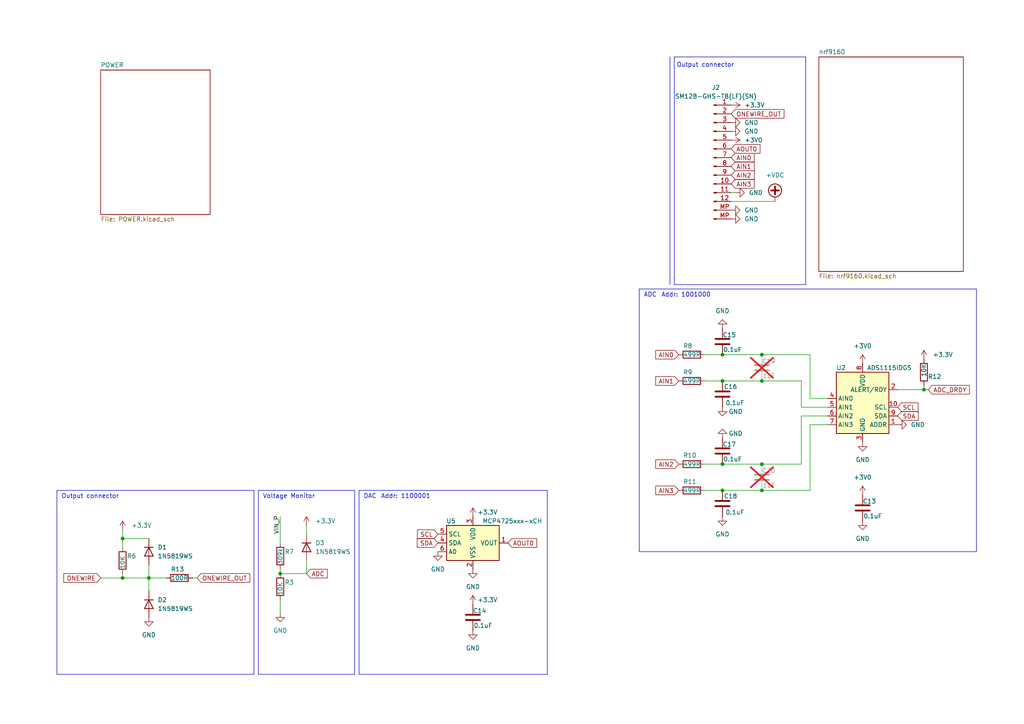
<source format=kicad_sch>
(kicad_sch (version 20231120) (generator "eeschema") (generator_version "8.0")
  (paper "A4")
  (title_block (title "Methanesense") (date "2024-07-05") (rev "1.0.0") (company "Drawn by FNB"))
  (lib_symbols
    (symbol "Analog_ADC:ADS1115IDGS"
      (property "Reference" "U" (at 2.54 13.97 0))
      (property "Value" "ADS1115IDGS" (at 7.62 11.43 0))
      (symbol "ADS1115IDGS_0_1"
        (rectangle (start -7.62 10.16) (end 7.62 -7.62) (stroke (width 0.254)) (fill (type background)))
      )
      (symbol "ADS1115IDGS_1_1"
        (pin input line (at 10.16 -5.08 180) (length 2.54) (name "ADDR") (number "1"))
        (pin input line (at 10.16 0 180) (length 2.54) (name "SCL") (number "10"))
        (pin output line (at 10.16 5.08 180) (length 2.54) (name "ALERT/RDY") (number "2"))
        (pin power_in line (at 0 -10.16 90) (length 2.54) (name "GND") (number "3"))
        (pin input line (at -10.16 2.54 0) (length 2.54) (name "AIN0") (number "4"))
        (pin input line (at -10.16 0 0) (length 2.54) (name "AIN1") (number "5"))
        (pin input line (at -10.16 -2.54 0) (length 2.54) (name "AIN2") (number "6"))
        (pin input line (at -10.16 -5.08 0) (length 2.54) (name "AIN3") (number "7"))
        (pin power_in line (at 0 12.7 270) (length 2.54) (name "VDD") (number "8"))
        (pin bidirectional line (at 10.16 -2.54 180) (length 2.54) (name "SDA") (number "9"))
      )
    )
    (symbol "Analog_DAC:MCP4725xxx-xCH"
      (property "Reference" "U" (at -6.35 6.35 0))
      (property "Value" "MCP4725xxx-xCH" (at 8.89 6.35 0))
      (symbol "MCP4725xxx-xCH_0_1"
        (rectangle (start -7.62 5.08) (end 7.62 -5.08) (stroke (width 0.254)) (fill (type background)))
      )
      (symbol "MCP4725xxx-xCH_1_1"
        (pin output line (at 10.16 0 180) (length 2.54) (name "VOUT") (number "1"))
        (pin power_in line (at 0 -7.62 90) (length 2.54) (name "VSS") (number "2"))
        (pin power_in line (at 0 7.62 270) (length 2.54) (name "VDD") (number "3"))
        (pin bidirectional line (at -10.16 0 0) (length 2.54) (name "SDA") (number "4"))
        (pin input line (at -10.16 2.54 0) (length 2.54) (name "SCL") (number "5"))
        (pin input line (at -10.16 -2.54 0) (length 2.54) (name "A0") (number "6"))
      )
    )
    (symbol "Library:1N4148WS" (pin_numbers hide) (pin_names hide)
      (property "Reference" "D" (at 0 2.54 0))
      (property "Value" "1N4148WS" (at 0 -2.54 0))
      (symbol "1N4148WS_0_1"
        (polyline (pts (xy -1.27 1.27) (xy -1.27 -1.27)) (stroke (width 0.254)))
        (polyline (pts (xy 1.27 0) (xy -1.27 0)))
        (polyline (pts (xy 1.27 1.27) (xy 1.27 -1.27) (xy -1.27 0) (xy 1.27 1.27)) (stroke (width 0.254)))
      )
      (symbol "1N4148WS_1_1"
        (pin passive line (at -3.81 0 0) (length 2.54) (name "K") (number "1"))
        (pin passive line (at 3.81 0 180) (length 2.54) (name "A") (number "2"))
      )
    )
    (symbol "Library:C" (pin_numbers hide) (pin_names (offset 0.254))
      (property "Reference" "C" (at 0.635 2.54 0))
      (property "Value" "C" (at 0.635 -2.54 0))
      (symbol "C_0_1"
        (polyline (pts (xy -2.032 -0.762) (xy 2.032 -0.762)) (stroke (width 0.508)))
        (polyline (pts (xy -2.032 0.762) (xy 2.032 0.762)) (stroke (width 0.508)))
      )
      (symbol "C_1_1"
        (pin passive line (at 0 3.81 270) (length 2.794) (name "~") (number "1"))
        (pin passive line (at 0 -3.81 90) (length 2.794) (name "~") (number "2"))
      )
    )
    (symbol "Library:Conn_01x14_Pin" (pin_names (offset 1.016) hide)
      (property "Reference" "J" (at 0 17.78 0))
      (property "Value" "Conn_01x14_Pin" (at 0 -20.32 0))
      (symbol "Conn_01x14_Pin_1_1"
        (polyline (pts (xy 1.27 -17.78) (xy 0.8636 -17.78)) (stroke (width 0.1524)))
        (polyline (pts (xy 1.27 -15.24) (xy 0.8636 -15.24)) (stroke (width 0.1524)))
        (polyline (pts (xy 1.27 -12.7) (xy 0.8636 -12.7)) (stroke (width 0.1524)))
        (polyline (pts (xy 1.27 -10.16) (xy 0.8636 -10.16)) (stroke (width 0.1524)))
        (polyline (pts (xy 1.27 -7.62) (xy 0.8636 -7.62)) (stroke (width 0.1524)))
        (polyline (pts (xy 1.27 -5.08) (xy 0.8636 -5.08)) (stroke (width 0.1524)))
        (polyline (pts (xy 1.27 -2.54) (xy 0.8636 -2.54)) (stroke (width 0.1524)))
        (polyline (pts (xy 1.27 0) (xy 0.8636 0)) (stroke (width 0.1524)))
        (polyline (pts (xy 1.27 2.54) (xy 0.8636 2.54)) (stroke (width 0.1524)))
        (polyline (pts (xy 1.27 5.08) (xy 0.8636 5.08)) (stroke (width 0.1524)))
        (polyline (pts (xy 1.27 7.62) (xy 0.8636 7.62)) (stroke (width 0.1524)))
        (polyline (pts (xy 1.27 10.16) (xy 0.8636 10.16)) (stroke (width 0.1524)))
        (polyline (pts (xy 1.27 12.7) (xy 0.8636 12.7)) (stroke (width 0.1524)))
        (polyline (pts (xy 1.27 15.24) (xy 0.8636 15.24)) (stroke (width 0.1524)))
        (rectangle (start 0.8636 -17.653) (end 0 -17.907) (stroke (width 0.1524)) (fill (type outline)))
        (rectangle (start 0.8636 -15.113) (end 0 -15.367) (stroke (width 0.1524)) (fill (type outline)))
        (rectangle (start 0.8636 -12.573) (end 0 -12.827) (stroke (width 0.1524)) (fill (type outline)))
        (rectangle (start 0.8636 -10.033) (end 0 -10.287) (stroke (width 0.1524)) (fill (type outline)))
        (rectangle (start 0.8636 -7.493) (end 0 -7.747) (stroke (width 0.1524)) (fill (type outline)))
        (rectangle (start 0.8636 -4.953) (end 0 -5.207) (stroke (width 0.1524)) (fill (type outline)))
        (rectangle (start 0.8636 -2.413) (end 0 -2.667) (stroke (width 0.1524)) (fill (type outline)))
        (rectangle (start 0.8636 0.127) (end 0 -0.127) (stroke (width 0.1524)) (fill (type outline)))
        (rectangle (start 0.8636 2.667) (end 0 2.413) (stroke (width 0.1524)) (fill (type outline)))
        (rectangle (start 0.8636 5.207) (end 0 4.953) (stroke (width 0.1524)) (fill (type outline)))
        (rectangle (start 0.8636 7.747) (end 0 7.493) (stroke (width 0.1524)) (fill (type outline)))
        (rectangle (start 0.8636 10.287) (end 0 10.033) (stroke (width 0.1524)) (fill (type outline)))
        (rectangle (start 0.8636 12.827) (end 0 12.573) (stroke (width 0.1524)) (fill (type outline)))
        (rectangle (start 0.8636 15.367) (end 0 15.113) (stroke (width 0.1524)) (fill (type outline)))
        (pin passive line (at 5.08 15.24 180) (length 3.81) (name "Pin_1") (number "1"))
        (pin passive line (at 5.08 -7.62 180) (length 3.81) (name "Pin_10") (number "10"))
        (pin passive line (at 5.08 -10.16 180) (length 3.81) (name "Pin_11") (number "11"))
        (pin passive line (at 5.08 -12.7 180) (length 3.81) (name "Pin_12") (number "12"))
        (pin passive line (at 5.08 12.7 180) (length 3.81) (name "Pin_2") (number "2"))
        (pin passive line (at 5.08 10.16 180) (length 3.81) (name "Pin_3") (number "3"))
        (pin passive line (at 5.08 7.62 180) (length 3.81) (name "Pin_4") (number "4"))
        (pin passive line (at 5.08 5.08 180) (length 3.81) (name "Pin_5") (number "5"))
        (pin passive line (at 5.08 2.54 180) (length 3.81) (name "Pin_6") (number "6"))
        (pin passive line (at 5.08 0 180) (length 3.81) (name "Pin_7") (number "7"))
        (pin passive line (at 5.08 -2.54 180) (length 3.81) (name "Pin_8") (number "8"))
        (pin passive line (at 5.08 -5.08 180) (length 3.81) (name "Pin_9") (number "9"))
        (pin passive line (at 5.08 -15.24 180) (length 3.81) (name "Pin_13") (number "MP"))
        (pin passive line (at 5.08 -17.78 180) (length 3.81) (name "Pin_14") (number "MP"))
      )
    )
    (symbol "Library:R" (pin_numbers hide) (pin_names (offset 0))
      (property "Reference" "R" (at 2.032 0 90))
      (property "Value" "R" (at 0 0 90))
      (symbol "R_0_1"
        (rectangle (start -1.016 -2.54) (end 1.016 2.54) (stroke (width 0.254)))
      )
      (symbol "R_1_1"
        (pin passive line (at 0 3.81 270) (length 1.27) (name "~") (number "1"))
        (pin passive line (at 0 -3.81 90) (length 1.27) (name "~") (number "2"))
      )
    )
    (symbol "power:+3.3V" (power) (pin_names (offset 0))
      (property "Value" "+3.3V" (at 0 3.556 0))
      (symbol "+3.3V_0_1"
        (polyline (pts (xy -0.762 1.27) (xy 0 2.54)))
        (polyline (pts (xy 0 0) (xy 0 2.54)))
        (polyline (pts (xy 0 2.54) (xy 0.762 1.27)))
      )
      (symbol "+3.3V_1_1"
        (pin power_in line (at 0 0 90) (length 0) hide (name "+3.3V") (number "1"))
      )
    )
    (symbol "power:+3V0" (power) (pin_names (offset 0))
      (property "Value" "+3V0" (at 0 3.556 0))
      (symbol "+3V0_0_1"
        (polyline (pts (xy -0.762 1.27) (xy 0 2.54)))
        (polyline (pts (xy 0 0) (xy 0 2.54)))
        (polyline (pts (xy 0 2.54) (xy 0.762 1.27)))
      )
      (symbol "+3V0_1_1"
        (pin power_in line (at 0 0 90) (length 0) hide (name "+3V0") (number "1"))
      )
    )
    (symbol "power:+VDC" (power) (pin_names (offset 0))
      (property "Value" "+VDC" (at 0 6.35 0))
      (symbol "+VDC_0_1"
        (polyline (pts (xy -1.143 3.175) (xy 1.143 3.175)) (stroke (width 0.508)))
        (polyline (pts (xy 0 0) (xy 0 1.27)))
        (polyline (pts (xy 0 2.032) (xy 0 4.318)) (stroke (width 0.508)))
        (circle (center 0 3.175) (radius 1.905) (stroke (width 0.254)))
      )
      (symbol "+VDC_1_1"
        (pin power_in line (at 0 0 90) (length 0) hide (name "+VDC") (number "1"))
      )
    )
    (symbol "power:GND" (power) (pin_names (offset 0))
      (property "Value" "GND" (at 0 -3.81 0))
      (symbol "GND_0_1"
        (polyline (pts (xy 0 0) (xy 0 -1.27) (xy 1.27 -1.27) (xy 0 -2.54) (xy -1.27 -1.27) (xy 0 -1.27)))
      )
      (symbol "GND_1_1"
        (pin power_in line (at 0 0 270) (length 0) hide (name "GND") (number "1"))
      )
    )
  )
  (junction (at 220.98 134.62))
  (junction (at 209.55 102.87))
  (junction (at 220.98 142.24))
  (junction (at 209.55 142.24))
  (junction (at 35.56 167.64))
  (junction (at 220.98 110.49))
  (junction (at 267.97 113.03))
  (junction (at 81.28 166.37))
  (junction (at 220.98 102.87))
  (junction (at 35.56 156.21))
  (junction (at 209.55 110.49))
  (junction (at 209.55 134.62))
  (junction (at 43.18 167.64))
  (wire (pts (xy 43.18 171.45) (xy 43.18 167.64)))
  (polyline (pts (xy 158.75 142.24) (xy 158.75 195.58)))
  (wire (pts (xy 35.56 167.64) (xy 29.21 167.64)))
  (wire (pts (xy 35.56 156.21) (xy 43.18 156.21)))
  (wire (pts (xy 81.28 149.86) (xy 81.28 157.48)))
  (wire (pts (xy 48.26 167.64) (xy 43.18 167.64)))
  (wire (pts (xy 220.98 134.62) (xy 232.41 134.62)))
  (wire (pts (xy 35.56 166.37) (xy 35.56 167.64)))
  (polyline (pts (xy 102.87 142.24) (xy 102.87 195.58)))
  (polyline (pts (xy 158.75 195.58) (xy 104.14 195.58)))
  (polyline (pts (xy 74.93 142.24) (xy 74.93 195.58)))
  (polyline (pts (xy 233.68 16.51) (xy 233.68 82.55)))
  (wire (pts (xy 267.97 113.03) (xy 260.35 113.03)))
  (wire (pts (xy 232.41 134.62) (xy 232.41 120.65)))
  (wire (pts (xy 204.47 134.62) (xy 209.55 134.62)))
  (wire (pts (xy 209.55 102.87) (xy 220.98 102.87)))
  (wire (pts (xy 234.95 102.87) (xy 234.95 115.57)))
  (wire (pts (xy 269.24 113.03) (xy 267.97 113.03)))
  (polyline (pts (xy 104.14 142.24) (xy 104.14 195.58)))
  (polyline (pts (xy 73.66 142.24) (xy 16.51 142.24)))
  (wire (pts (xy 35.56 167.64) (xy 43.18 167.64)))
  (wire (pts (xy 232.41 110.49) (xy 232.41 118.11)))
  (wire (pts (xy 220.98 142.24) (xy 209.55 142.24)))
  (polyline (pts (xy 233.68 82.55) (xy 195.58 82.55)))
  (wire (pts (xy 220.98 110.49) (xy 232.41 110.49)))
  (wire (pts (xy 57.15 167.64) (xy 55.88 167.64)))
  (polyline (pts (xy 283.21 160.02) (xy 185.42 160.02)))
  (wire (pts (xy 204.47 142.24) (xy 209.55 142.24)))
  (wire (pts (xy 240.03 123.19) (xy 234.95 123.19)))
  (wire (pts (xy 234.95 115.57) (xy 240.03 115.57)))
  (wire (pts (xy 212.09 55.88) (xy 213.36 55.88)))
  (wire (pts (xy 232.41 118.11) (xy 240.03 118.11)))
  (polyline (pts (xy 158.75 142.24) (xy 104.14 142.24)))
  (polyline (pts (xy 195.58 16.51) (xy 195.58 82.55)))
  (polyline (pts (xy 73.66 195.58) (xy 16.51 195.58)))
  (wire (pts (xy 204.47 110.49) (xy 209.55 110.49)))
  (wire (pts (xy 267.97 111.76) (xy 267.97 113.03)))
  (wire (pts (xy 232.41 120.65) (xy 240.03 120.65)))
  (polyline (pts (xy 73.66 142.24) (xy 73.66 195.58)))
  (polyline (pts (xy 102.87 142.24) (xy 74.93 142.24)))
  (wire (pts (xy 81.28 173.99) (xy 81.28 177.8)))
  (polyline (pts (xy 283.21 83.82) (xy 283.21 160.02)))
  (polyline (pts (xy 233.68 16.51) (xy 195.58 16.51)))
  (wire (pts (xy 220.98 102.87) (xy 234.95 102.87)))
  (wire (pts (xy 204.47 102.87) (xy 209.55 102.87)))
  (wire (pts (xy 88.9 166.37) (xy 88.9 162.56)))
  (wire (pts (xy 212.09 58.42) (xy 224.79 58.42)))
  (wire (pts (xy 81.28 166.37) (xy 88.9 166.37)))
  (wire (pts (xy 209.55 110.49) (xy 220.98 110.49)))
  (polyline (pts (xy 194.31 82.55) (xy 194.31 16.51)))
  (polyline (pts (xy 185.42 83.82) (xy 185.42 160.02)))
  (wire (pts (xy 35.56 153.67) (xy 35.56 156.21)))
  (wire (pts (xy 234.95 142.24) (xy 220.98 142.24)))
  (polyline (pts (xy 102.87 195.58) (xy 74.93 195.58)))
  (wire (pts (xy 43.18 167.64) (xy 43.18 163.83)))
  (wire (pts (xy 88.9 152.4) (xy 88.9 154.94)))
  (polyline (pts (xy 16.51 142.24) (xy 16.51 195.58)))
  (wire (pts (xy 35.56 156.21) (xy 35.56 158.75)))
  (wire (pts (xy 81.28 165.1) (xy 81.28 166.37)))
  (wire (pts (xy 209.55 134.62) (xy 220.98 134.62)))
  (polyline (pts (xy 283.21 83.82) (xy 185.42 83.82)))
  (wire (pts (xy 234.95 123.19) (xy 234.95 142.24)))
  (text "ADC" (at 186.69 86.36 0) (effects (font (size 1.27 1.27)) (justify left bottom)))
  (text "Output connector" (at 196.215 19.685 0) (effects (font (size 1.27 1.27)) (justify left bottom)))
  (text "Addr: 1001000" (at 191.77 86.36 0) (effects (font (size 1.27 1.27)) (justify left bottom)))
  (text "Output connector" (at 17.78 144.78 0) (effects (font (size 1.27 1.27)) (justify left bottom)))
  (text "DAC\n" (at 105.41 144.78 0) (effects (font (size 1.27 1.27)) (justify left bottom)))
  (text "Addr: 1100001" (at 110.49 144.78 0) (effects (font (size 1.27 1.27)) (justify left bottom)))
  (text "Voltage Monitor" (at 76.2 144.78 0) (effects (font (size 1.27 1.27)) (justify left bottom)))
  (label "VIN_P" (at 81.28 154.94 90))
  (global_label "ADC_DRDY" (shape input) (at 269.24 113.03 0) (property "Intersheetrefs" "${INTERSHEET_REFS}" (effects (hide yes))))
  (global_label "ONEWIRE" (shape input) (at 29.21 167.64 180) (property "Intersheetrefs" "${INTERSHEET_REFS}" (effects (hide yes))))
  (global_label "ADC" (shape input) (at 88.9 166.37 0) (property "Intersheetrefs" "${INTERSHEET_REFS}" (effects (hide yes))))
  (global_label "AIN2" (shape input) (at 212.09 50.8 0) (property "Intersheetrefs" "${INTERSHEET_REFS}" (effects (hide yes))))
  (global_label "AIN0" (shape input) (at 196.85 102.87 180) (property "Intersheetrefs" "${INTERSHEET_REFS}" (effects (hide yes))))
  (global_label "AOUT0" (shape input) (at 212.09 43.18 0) (property "Intersheetrefs" "${INTERSHEET_REFS}" (effects (hide yes))))
  (global_label "ONEWIRE_OUT" (shape input) (at 57.15 167.64 0) (property "Intersheetrefs" "${INTERSHEET_REFS}" (effects (hide yes))))
  (global_label "AIN1" (shape input) (at 196.85 110.49 180) (property "Intersheetrefs" "${INTERSHEET_REFS}" (effects (hide yes))))
  (global_label "AIN0" (shape input) (at 212.09 45.72 0) (property "Intersheetrefs" "${INTERSHEET_REFS}" (effects (hide yes))))
  (global_label "AIN3" (shape input) (at 196.85 142.24 180) (property "Intersheetrefs" "${INTERSHEET_REFS}" (effects (hide yes))))
  (global_label "ONEWIRE_OUT" (shape input) (at 212.09 33.02 0) (property "Intersheetrefs" "${INTERSHEET_REFS}" (effects (hide yes))))
  (global_label "AIN2" (shape input) (at 196.85 134.62 180) (property "Intersheetrefs" "${INTERSHEET_REFS}" (effects (hide yes))))
  (global_label "SDA" (shape input) (at 127 157.48 180) (property "Intersheetrefs" "${INTERSHEET_REFS}" (effects (hide yes))))
  (global_label "SDA" (shape input) (at 260.35 120.65 0) (property "Intersheetrefs" "${INTERSHEET_REFS}" (effects (hide yes))))
  (global_label "SCL" (shape input) (at 127 154.94 180) (property "Intersheetrefs" "${INTERSHEET_REFS}" (effects (hide yes))))
  (global_label "SCL" (shape input) (at 260.35 118.11 0) (property "Intersheetrefs" "${INTERSHEET_REFS}" (effects (hide yes))))
  (global_label "AOUT0" (shape input) (at 147.32 157.48 0) (property "Intersheetrefs" "${INTERSHEET_REFS}" (effects (hide yes))))
  (global_label "AIN1" (shape input) (at 212.09 48.26 0) (property "Intersheetrefs" "${INTERSHEET_REFS}" (effects (hide yes))))
  (global_label "AIN3" (shape input) (at 212.09 53.34 0) (property "Intersheetrefs" "${INTERSHEET_REFS}" (effects (hide yes))))
  (symbol (lib_id "power:+3.3V") (at 35.56 153.67 0) (unit 1)
    (property "Reference" "#PWR012" (effects (hide yes)))
    (property "Value" "+3.3V" (at 38.1 152.3999 0) (effects (justify left)))
  )
  (symbol (lib_id "power:GND") (at 137.16 182.88 0) (unit 1)
    (property "Reference" "#PWR043" (effects (hide yes)))
    (property "Value" "GND" (at 137.16 187.96 0))
  )
  (symbol (lib_id "power:GND") (at 209.55 127 180) (unit 1)
    (property "Reference" "#PWR048" (effects (hide yes)))
    (property "Value" "GND" (at 213.36 125.73 0))
  )
  (symbol (lib_id "Library:R") (at 200.66 134.62 270) (unit 1)
    (property "Reference" "R10" (at 198.12 132.08 90) (effects (justify left)))
    (property "Value" "499R" (at 198.12 134.62 90) (effects (justify left)))
    (property "Footprint" "Resistor_SMD:R_0402_1005Metric" (effects (hide yes)))
    (property "LCSC Part #" "C25076" (effects (hide yes)))
  )
  (symbol (lib_id "power:GND") (at 81.28 177.8 0) (unit 1)
    (property "Reference" "#PWR018" (effects (hide yes)))
    (property "Value" "GND" (at 81.28 182.88 0))
  )
  (symbol (lib_id "power:+3V0") (at 212.09 40.64 270) (unit 1)
    (property "Reference" "#PWR051" (effects (hide yes)))
    (property "Value" "+3V0" (at 215.9 40.64 90) (effects (justify left)))
  )
  (symbol (lib_id "Library:C") (at 250.19 147.32 0) (unit 1)
    (property "Reference" "C13" (at 250.2181 145.4094 0) (effects (justify left)))
    (property "Value" "0.1uF" (at 250.3904 149.6864 0) (effects (justify left)))
    (property "Footprint" "Capacitor_SMD:C_0402_1005Metric" (effects (hide yes)))
    (property "LCSC Part #" "C307331" (effects (hide yes)))
  )
  (symbol (lib_id "power:GND") (at 250.19 128.27 0) (unit 1)
    (property "Reference" "#PWR039" (effects (hide yes)))
    (property "Value" "GND" (at 250.19 133.35 0))
  )
  (symbol (lib_id "Library:R") (at 81.28 170.18 0) (unit 1)
    (property "Reference" "R3" (at 82.55 168.91 0) (effects (justify left)))
    (property "Value" "10K" (at 81.28 172.72 90) (effects (justify left)))
    (property "Footprint" "Resistor_SMD:R_0402_1005Metric" (effects (hide yes)))
    (property "LCSC Part #" "C25744" (effects (hide yes)))
  )
  (symbol (lib_id "power:GND") (at 137.16 165.1 0) (unit 1)
    (property "Reference" "#PWR045" (effects (hide yes)))
    (property "Value" "GND" (at 137.16 170.18 0))
  )
  (symbol (lib_id "Library:R") (at 35.56 162.56 0) (unit 1)
    (property "Reference" "R6" (at 36.83 161.29 0) (effects (justify left)))
    (property "Value" "10K" (at 35.56 165.1 90) (effects (justify left)))
    (property "Footprint" "Resistor_SMD:R_0402_1005Metric" (effects (hide yes)))
    (property "LCSC Part #" "C25744" (effects (hide yes)))
  )
  (symbol (lib_id "power:GND") (at 213.36 55.88 90) (unit 1)
    (property "Reference" "#PWR037" (effects (hide yes)))
    (property "Value" "GND" (at 217.17 55.88 90) (effects (justify right)))
  )
  (symbol (lib_id "power:GND") (at 212.09 63.5 90) (unit 1)
    (property "Reference" "#PWR036" (effects (hide yes)))
    (property "Value" "GND" (at 215.9 63.5 90) (effects (justify right)))
  )
  (symbol (lib_id "power:GND") (at 212.09 38.1 90) (unit 1)
    (property "Reference" "#PWR052" (effects (hide yes)))
    (property "Value" "GND" (at 215.9 38.1 90) (effects (justify right)))
  )
  (symbol (lib_id "Library:R") (at 52.07 167.64 270) (unit 1)
    (property "Reference" "R13" (at 49.53 165.1 90) (effects (justify left)))
    (property "Value" "100R" (at 49.53 167.64 90) (effects (justify left)))
    (property "Footprint" "Resistor_SMD:R_0402_1005Metric" (effects (hide yes)))
    (property "LCSC Part #" "C25076" (effects (hide yes)))
  )
  (symbol (lib_id "power:+3.3V") (at 267.97 104.14 0) (unit 1)
    (property "Reference" "#PWR021" (effects (hide yes)))
    (property "Value" "+3.3V" (at 270.51 102.8699 0) (effects (justify left)))
  )
  (symbol (lib_id "Library:R") (at 81.28 161.29 0) (unit 1)
    (property "Reference" "R7" (at 82.55 160.02 0) (effects (justify left)))
    (property "Value" "309k" (at 81.28 163.83 90) (effects (justify left)))
    (property "Footprint" "Resistor_SMD:R_0402_1005Metric" (effects (hide yes)))
  )
  (symbol (lib_id "power:GND") (at 212.09 35.56 90) (unit 1)
    (property "Reference" "#PWR05" (effects (hide yes)))
    (property "Value" "GND" (at 215.9 35.56 90) (effects (justify right)))
  )
  (symbol (lib_id "Library:R") (at 267.97 107.95 180) (unit 1)
    (property "Reference" "R12" (at 273.05 109.22 0) (effects (justify left)))
    (property "Value" "10K" (at 267.97 105.41 90) (effects (justify left)))
    (property "Footprint" "Resistor_SMD:R_0402_1005Metric" (effects (hide yes)))
    (property "LCSC Part #" "C25744" (effects (hide yes)))
  )
  (symbol (lib_id "Library:R") (at 200.66 102.87 270) (unit 1)
    (property "Reference" "R8" (at 198.12 100.33 90) (effects (justify left)))
    (property "Value" "499R" (at 198.12 102.87 90) (effects (justify left)))
    (property "Footprint" "Resistor_SMD:R_0402_1005Metric" (effects (hide yes)))
    (property "LCSC Part #" "C25076" (effects (hide yes)))
  )
  (symbol (lib_id "Library:C") (at 209.55 130.81 0) (unit 1)
    (property "Reference" "C17" (at 209.5781 128.8994 0) (effects (justify left)))
    (property "Value" "0.1uF" (at 209.7504 133.1764 0) (effects (justify left)))
    (property "Footprint" "Capacitor_SMD:C_0402_1005Metric" (effects (hide yes)))
    (property "LCSC Part #" "C307331" (effects (hide yes)))
  )
  (symbol (lib_id "Library:R") (at 200.66 142.24 270) (unit 1)
    (property "Reference" "R11" (at 198.12 139.7 90) (effects (justify left)))
    (property "Value" "499R" (at 198.12 142.24 90) (effects (justify left)))
    (property "Footprint" "Resistor_SMD:R_0402_1005Metric" (effects (hide yes)))
    (property "LCSC Part #" "C25076" (effects (hide yes)))
  )
  (symbol (lib_id "Library:R") (at 200.66 110.49 270) (unit 1)
    (property "Reference" "R9" (at 198.12 107.95 90) (effects (justify left)))
    (property "Value" "499R" (at 198.12 110.49 90) (effects (justify left)))
    (property "Footprint" "Resistor_SMD:R_0402_1005Metric" (effects (hide yes)))
    (property "LCSC Part #" "C25076" (effects (hide yes)))
  )
  (symbol (lib_id "power:GND") (at 260.35 123.19 90) (unit 1)
    (property "Reference" "#PWR041" (effects (hide yes)))
    (property "Value" "GND" (at 264.16 123.19 90) (effects (justify right)))
  )
  (symbol (lib_id "power:GND") (at 127 160.02 0) (unit 1)
    (property "Reference" "#PWR050" (effects (hide yes)))
    (property "Value" "GND" (at 127 165.1 0))
  )
  (symbol (lib_id "power:GND") (at 209.55 95.25 180) (unit 1)
    (property "Reference" "#PWR046" (effects (hide yes)))
    (property "Value" "GND" (at 209.55 90.17 0))
  )
  (symbol (lib_id "power:+3.3V") (at 137.16 149.86 0) (unit 1)
    (property "Reference" "#PWR042" (effects (hide yes)))
    (property "Value" "+3.3V" (at 138.43 148.59 0) (effects (justify left)))
  )
  (symbol (lib_id "Library:Conn_01x14_Pin") (at 207.01 45.72 0) (unit 1)
    (property "Reference" "J2" (at 207.645 25.4 0))
    (property "Value" "SM12B-GHS-TB(LF)(SN)" (at 207.645 27.94 0))
    (property "Footprint" "Connector_JST:JST_GH_SM12B-GHS-TB_1x12-1MP_P1.25mm_Horizontal" (effects (hide yes)))
    (property "Datasheet" "https://datasheet.lcsc.com/lcsc/1811061307_JST-SM12B-GHS-TB-LF-SN_C265421.pdf" (effects (hide yes)))
    (property "LCSC Part #" "C265421" (effects (hide yes)))
  )
  (symbol (lib_id "power:GND") (at 209.55 118.11 0) (unit 1)
    (property "Reference" "#PWR047" (effects (hide yes)))
    (property "Value" "GND" (at 213.36 119.38 0))
  )
  (symbol (lib_id "Library:1N4148WS") (at 43.18 160.02 270) (unit 1)
    (property "Reference" "D1" (at 45.72 158.75 90) (effects (justify left)))
    (property "Value" "1N5819WS" (at 45.72 161.29 90) (effects (justify left)))
    (property "Footprint" "Diode_SMD:D_SOD-323" (effects (hide yes)))
    (property "Datasheet" "https://datasheet.lcsc.com/lcsc/2204281430_Guangdong-Hottech-1N5819WS_C191023.pdf" (effects (hide yes)))
    (property "LCSC Part #" "C191023" (effects (hide yes)))
  )
  (symbol (lib_id "power:+3.3V") (at 212.09 30.48 270) (unit 1)
    (property "Reference" "#PWR01" (effects (hide yes)))
    (property "Value" "+3.3V" (at 215.9 30.48 90) (effects (justify left)))
  )
  (symbol (lib_id "Library:C") (at 220.98 106.68 0) (unit 1) (dnp yes)
    (property "Reference" "C19" (at 221.0081 104.7694 0) (effects (justify left)))
    (property "Value" "1uF" (at 221.1804 109.0464 0) (effects (justify left)))
    (property "Footprint" "Capacitor_SMD:C_0402_1005Metric" (effects (hide yes)))
    (property "LCSC Part #" "C307331" (effects (hide yes)))
  )
  (symbol (lib_id "Analog_ADC:ADS1115IDGS") (at 250.19 118.11 0) (unit 1)
    (property "Reference" "U2" (at 242.57 106.68 0) (effects (justify left)))
    (property "Value" "ADS1115IDGS" (at 251.46 106.68 0) (effects (justify left)))
    (property "Footprint" "Package_SO:TSSOP-10_3x3mm_P0.5mm" (effects (hide yes)))
    (property "Datasheet" "http://www.ti.com/lit/ds/symlink/ads1113.pdf" (effects (hide yes)))
  )
  (symbol (lib_id "power:GND") (at 209.55 149.86 0) (unit 1)
    (property "Reference" "#PWR049" (effects (hide yes)))
    (property "Value" "GND" (at 209.55 154.94 0))
  )
  (symbol (lib_id "power:+3.3V") (at 137.16 175.26 0) (unit 1)
    (property "Reference" "#PWR044" (effects (hide yes)))
    (property "Value" "+3.3V" (at 138.43 173.99 0) (effects (justify left)))
  )
  (symbol (lib_id "Library:1N4148WS") (at 43.18 175.26 270) (unit 1)
    (property "Reference" "D2" (at 45.72 173.99 90) (effects (justify left)))
    (property "Value" "1N5819WS" (at 45.72 176.53 90) (effects (justify left)))
    (property "Footprint" "Diode_SMD:D_SOD-323" (effects (hide yes)))
    (property "Datasheet" "https://datasheet.lcsc.com/lcsc/2204281430_Guangdong-Hottech-1N5819WS_C191023.pdf" (effects (hide yes)))
    (property "LCSC Part #" "C191023" (effects (hide yes)))
  )
  (symbol (lib_id "power:GND") (at 212.09 60.96 90) (unit 1)
    (property "Reference" "#PWR035" (effects (hide yes)))
    (property "Value" "GND" (at 215.9 60.96 90) (effects (justify right)))
  )
  (symbol (lib_id "power:+3V0") (at 250.19 143.51 0) (unit 1)
    (property "Reference" "#PWR030" (effects (hide yes)))
    (property "Value" "+3V0" (at 250.19 138.43 0))
  )
  (symbol (lib_id "power:+3V0") (at 250.19 105.41 0) (unit 1)
    (property "Reference" "#PWR032" (effects (hide yes)))
    (property "Value" "+3V0" (at 250.19 100.33 0))
  )
  (symbol (lib_id "power:GND") (at 250.19 151.13 0) (unit 1)
    (property "Reference" "#PWR031" (effects (hide yes)))
    (property "Value" "GND" (at 250.19 156.21 0))
  )
  (symbol (lib_id "power:+VDC") (at 224.79 58.42 0) (unit 1)
    (property "Reference" "#PWR038" (effects (hide yes)))
    (property "Value" "+VDC" (at 224.79 50.8 0))
  )
  (symbol (lib_id "Library:C") (at 209.55 99.06 0) (unit 1)
    (property "Reference" "C15" (at 209.5781 97.1494 0) (effects (justify left)))
    (property "Value" "0.1uF" (at 209.7504 101.4264 0) (effects (justify left)))
    (property "Footprint" "Capacitor_SMD:C_0402_1005Metric" (effects (hide yes)))
    (property "LCSC Part #" "C307331" (effects (hide yes)))
  )
  (symbol (lib_id "power:GND") (at 43.18 179.07 0) (unit 1)
    (property "Reference" "#PWR013" (effects (hide yes)))
    (property "Value" "GND" (at 43.18 184.15 0))
  )
  (symbol (lib_id "Analog_DAC:MCP4725xxx-xCH") (at 137.16 157.48 0) (unit 1)
    (property "Reference" "U5" (at 130.81 151.13 0))
    (property "Value" "MCP4725xxx-xCH" (at 148.59 151.13 0))
    (property "Footprint" "Package_TO_SOT_SMD:SOT-23-6" (effects (hide yes)))
    (property "Datasheet" "http://ww1.microchip.com/downloads/en/DeviceDoc/22039d.pdf" (effects (hide yes)))
  )
  (symbol (lib_id "Library:C") (at 220.98 138.43 0) (unit 1) (dnp yes)
    (property "Reference" "C20" (at 221.0081 136.5194 0) (effects (justify left)))
    (property "Value" "1uF" (at 221.1804 140.7964 0) (effects (justify left)))
    (property "Footprint" "Capacitor_SMD:C_0402_1005Metric" (effects (hide yes)))
    (property "LCSC Part #" "C307331" (effects (hide yes)))
  )
  (symbol (lib_id "power:+3.3V") (at 88.9 152.4 0) (unit 1)
    (property "Reference" "#PWR016" (effects (hide yes)))
    (property "Value" "+3.3V" (at 91.44 151.1299 0) (effects (justify left)))
  )
  (symbol (lib_id "Library:1N4148WS") (at 88.9 158.75 270) (unit 1)
    (property "Reference" "D3" (at 91.44 157.48 90) (effects (justify left)))
    (property "Value" "1N5819WS" (at 91.44 160.02 90) (effects (justify left)))
    (property "Footprint" "Diode_SMD:D_SOD-323" (effects (hide yes)))
    (property "Datasheet" "https://datasheet.lcsc.com/lcsc/2204281430_Guangdong-Hottech-1N5819WS_C191023.pdf" (effects (hide yes)))
    (property "LCSC Part #" "C191023" (effects (hide yes)))
  )
  (symbol (lib_id "Library:C") (at 209.55 146.05 180) (unit 1)
    (property "Reference" "C18" (at 213.8538 143.9219 0) (effects (justify left)))
    (property "Value" "0.1uF" (at 215.9 148.59 0) (effects (justify left)))
    (property "Footprint" "Capacitor_SMD:C_0402_1005Metric" (effects (hide yes)))
    (property "LCSC Part #" "C307331" (effects (hide yes)))
  )
  (symbol (lib_id "Library:C") (at 209.55 114.3 180) (unit 1)
    (property "Reference" "C16" (at 213.8538 112.1719 0) (effects (justify left)))
    (property "Value" "0.1uF" (at 215.9 116.84 0) (effects (justify left)))
    (property "Footprint" "Capacitor_SMD:C_0402_1005Metric" (effects (hide yes)))
    (property "LCSC Part #" "C307331" (effects (hide yes)))
  )
  (symbol (lib_id "Library:C") (at 137.16 179.07 0) (unit 1)
    (property "Reference" "C14" (at 137.1881 177.1594 0) (effects (justify left)))
    (property "Value" "0.1uF" (at 137.3604 181.4364 0) (effects (justify left)))
    (property "Footprint" "Capacitor_SMD:C_0402_1005Metric" (effects (hide yes)))
    (property "LCSC Part #" "C307331" (effects (hide yes)))
  )
  (sheet (at 29.21 20.32) (size 31.75 41.91) (stroke (width 0.1524))
    (property "Sheetname" "POWER" (at 29.21 19.6084 0) (effects (justify left bottom)))
    (property "Sheetfile" "POWER.kicad_sch" (at 29.21 62.8146 0) (effects (justify left top)))
  )
  (sheet (at 237.49 16.51) (size 41.91 62.23) (stroke (width 0.1524))
    (property "Sheetname" "nrf9160" (at 237.49 15.7984 0) (effects (justify left bottom)))
    (property "Sheetfile" "nrf9160.kicad_sch" (at 237.49 79.3246 0) (effects (justify left top)))
  )
)
</source>
